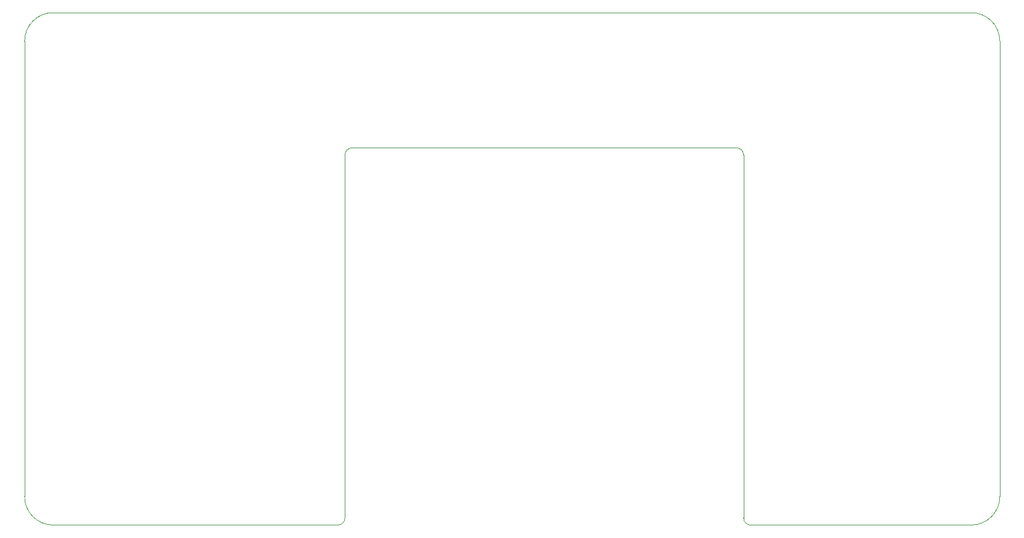
<source format=gm1>
G04 #@! TF.GenerationSoftware,KiCad,Pcbnew,8.0.5*
G04 #@! TF.CreationDate,2025-01-01T12:05:04+09:00*
G04 #@! TF.ProjectId,NERD-HPC_CASE_B,4e455244-2d48-4504-935f-434153455f42,rev?*
G04 #@! TF.SameCoordinates,Original*
G04 #@! TF.FileFunction,Profile,NP*
%FSLAX46Y46*%
G04 Gerber Fmt 4.6, Leading zero omitted, Abs format (unit mm)*
G04 Created by KiCad (PCBNEW 8.0.5) date 2025-01-01 12:05:04*
%MOMM*%
%LPD*%
G01*
G04 APERTURE LIST*
G04 #@! TA.AperFunction,Profile*
%ADD10C,0.050000*%
G04 #@! TD*
G04 APERTURE END LIST*
D10*
X172000000Y-132000000D02*
G75*
G02*
X171000000Y-131000000I0J1000000D01*
G01*
X70000000Y-64000000D02*
X70000000Y-128000000D01*
X115000000Y-131000000D02*
G75*
G02*
X114000000Y-132000000I-1000000J0D01*
G01*
X171000000Y-80000000D02*
X171000000Y-131000000D01*
X115000000Y-80000000D02*
G75*
G02*
X116000000Y-79000000I1000000J0D01*
G01*
X74000000Y-132000000D02*
X114000000Y-132000000D01*
X203000000Y-60000000D02*
G75*
G02*
X207000000Y-64000000I0J-4000000D01*
G01*
X116000000Y-79000000D02*
X170000000Y-79000000D01*
X207000000Y-128000000D02*
X207000000Y-64000000D01*
X203000000Y-60000000D02*
X74000000Y-60000000D01*
X172000000Y-132000000D02*
X203000000Y-132000000D01*
X74000000Y-132000000D02*
G75*
G02*
X70000000Y-128000000I0J4000000D01*
G01*
X207000000Y-128000000D02*
G75*
G02*
X203000000Y-132000000I-4000000J0D01*
G01*
X70000000Y-64000000D02*
G75*
G02*
X74000000Y-60000000I4000000J0D01*
G01*
X170000000Y-79000000D02*
G75*
G02*
X171000000Y-80000000I0J-1000000D01*
G01*
X115000000Y-131000000D02*
X115000000Y-80000000D01*
M02*

</source>
